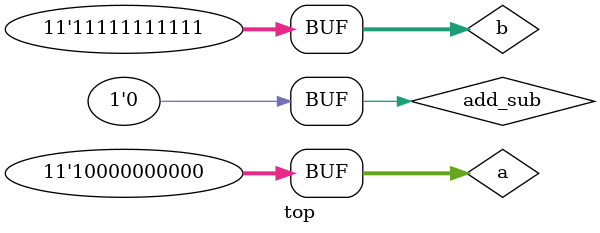
<source format=v>


module top;
reg [10:0] a;
reg [10:0] b;
reg add_sub;	  // if this is 1, add; else subtract
// input clk,
wire selec1;
wire [11:0] result;


addsub s1(a,b,add_sub,selec1,result);
// addsub s1(a,b,add_sub,select1,result);


initial
begin

a = 11'b00000011;b = 11'b00000010;add_sub = 1;#10;
a = 11'b00000101;b = 11'b00000110;add_sub = 1;#10;

a = 11'b00000111;b = 11'b00000111;add_sub = 1;#10;
a = 11'b00000111;b = 11'b00001111;add_sub = 0;#10;
a = 11'b00000111;b = 11'b00000111;add_sub = 1;#10;


a = 11'b00001111;b = 11'b00001010;add_sub = 0;#10;
a = 11'b11111100; b= 11'd252;add_sub = 1;#10;
a = 11'b11111110; b= 11'd752;add_sub = 1;#10;
a = 11'b11111101; b= 11'd52;add_sub = 1;#10;

a = 11'b11111100; b= 11'd255;add_sub = 0;#10;

a = 11'b11111110; b= 11'd22;add_sub = 1;#10;
a = 11'b10000000000; b= 11'b11111111111;add_sub = 0;#10;




end

initial
begin
// $monitor("time = %2d,")
$monitor("time = %2d,  addorsub=%d, a=%d, b=%d Ans=%d sign = %d", $time,add_sub,a, b,result,selec1);
$dumpfile("youmisswedupname.vcd");
$dumpvars(0,top);
end



endmodule // top

</source>
